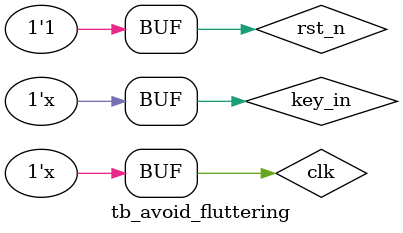
<source format=v>

`timescale 1ns/1ps

module tb_avoid_fluttering;
	
	reg 				clk;
	reg 				rst_n;
	reg 				key_in;
	wire 				key_out;

	initial clk         = 0;
	always #5 clk       = ~clk;

	initial begin
		rst_n           <=  0;
		#200
		rst_n           <=  1;
		key_in          <=  0;
		repeat(20) begin
			#100 key_in <=  ~key_in;
		end
		#30000000
		key_in          <=  1;
		repeat(20) begin
			#100 key_in <=  ~key_in;
		end
	end

	avoid_fluttering inst_avoid_fluttering (
		.clk		(clk	)		,
		.rst_n		(rst_n	)		,
		.key_in		(key_in	)		,
		.key_out	(key_out)
		);

endmodule
</source>
